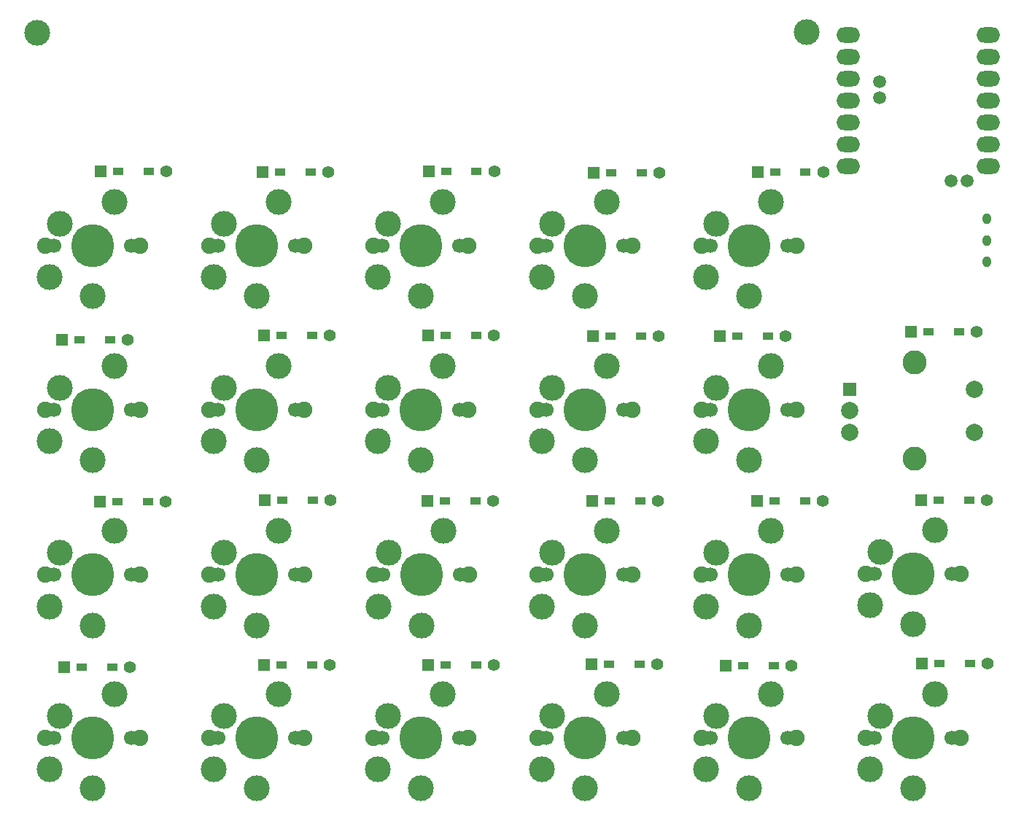
<source format=gbr>
%TF.GenerationSoftware,KiCad,Pcbnew,8.0.7*%
%TF.CreationDate,2025-02-25T22:45:06+09:00*%
%TF.ProjectId,cool642tb_L,636f6f6c-3634-4327-9462-5f4c2e6b6963,rev?*%
%TF.SameCoordinates,Original*%
%TF.FileFunction,Soldermask,Top*%
%TF.FilePolarity,Negative*%
%FSLAX46Y46*%
G04 Gerber Fmt 4.6, Leading zero omitted, Abs format (unit mm)*
G04 Created by KiCad (PCBNEW 8.0.7) date 2025-02-25 22:45:06*
%MOMM*%
%LPD*%
G01*
G04 APERTURE LIST*
%ADD10C,1.900000*%
%ADD11C,1.700000*%
%ADD12C,3.000000*%
%ADD13C,5.000000*%
%ADD14R,1.397000X1.397000*%
%ADD15R,1.300000X0.950000*%
%ADD16C,1.397000*%
%ADD17R,1.500000X1.500000*%
%ADD18C,2.000000*%
%ADD19C,2.800000*%
%ADD20O,1.000000X1.300000*%
%ADD21O,2.750000X1.800000*%
%ADD22C,1.500000*%
G04 APERTURE END LIST*
D10*
%TO.C,SW14*%
X51650000Y-19050000D03*
D11*
X52070000Y-19050000D03*
D12*
X52150000Y-22750000D03*
D11*
X52650000Y-19050000D03*
D12*
X53340000Y-16510000D03*
D13*
X57150000Y-19050000D03*
D12*
X57150000Y-24950000D03*
X59690000Y-13970000D03*
D11*
X61650000Y-19050000D03*
X62230000Y-19050000D03*
D10*
X62650000Y-19050000D03*
%TD*%
D14*
%TO.C,D3*%
X890000Y-29720000D03*
D15*
X2925000Y-29720000D03*
X6475000Y-29720000D03*
D16*
X8510000Y-29720000D03*
%TD*%
D12*
%TO.C,B1*%
X-6400000Y24710000D03*
X82870000Y24750000D03*
%TD*%
D10*
%TO.C,SW18*%
X70700000Y-19050000D03*
D11*
X71120000Y-19050000D03*
D12*
X71200000Y-22750000D03*
D11*
X71700000Y-19050000D03*
D12*
X72390000Y-16510000D03*
D13*
X76200000Y-19050000D03*
D12*
X76200000Y-24950000D03*
X78740000Y-13970000D03*
D11*
X80700000Y-19050000D03*
X81280000Y-19050000D03*
D10*
X81700000Y-19050000D03*
%TD*%
D14*
%TO.C,D13*%
X58170000Y8480000D03*
D15*
X60205000Y8480000D03*
X63755000Y8480000D03*
D16*
X65790000Y8480000D03*
%TD*%
D10*
%TO.C,SW12*%
X32600000Y-57150000D03*
D11*
X33020000Y-57150000D03*
D12*
X33100000Y-60850000D03*
D11*
X33600000Y-57150000D03*
D12*
X34290000Y-54610000D03*
D13*
X38100000Y-57150000D03*
D12*
X38100000Y-63050000D03*
X40640000Y-52070000D03*
D11*
X42600000Y-57150000D03*
X43180000Y-57150000D03*
D10*
X43600000Y-57150000D03*
%TD*%
%TO.C,SW23*%
X89750000Y-57150000D03*
D11*
X90170000Y-57150000D03*
D12*
X90250000Y-60850000D03*
D11*
X90750000Y-57150000D03*
D12*
X91440000Y-54610000D03*
D13*
X95250000Y-57150000D03*
D12*
X95250000Y-63050000D03*
X97790000Y-52070000D03*
D11*
X99750000Y-57150000D03*
X100330000Y-57150000D03*
D10*
X100750000Y-57150000D03*
%TD*%
D14*
%TO.C,D10*%
X39000000Y-10420000D03*
D15*
X41035000Y-10420000D03*
X44585000Y-10420000D03*
D16*
X46620000Y-10420000D03*
%TD*%
D14*
%TO.C,D19*%
X77190000Y-29630000D03*
D15*
X79225000Y-29630000D03*
X82775000Y-29630000D03*
D16*
X84810000Y-29630000D03*
%TD*%
D14*
%TO.C,D16*%
X57960000Y-48600000D03*
D15*
X59995000Y-48600000D03*
X63545000Y-48600000D03*
D16*
X65580000Y-48600000D03*
%TD*%
D10*
%TO.C,SW19*%
X70700000Y-38200000D03*
D11*
X71120000Y-38200000D03*
D12*
X71200000Y-41900000D03*
D11*
X71700000Y-38200000D03*
D12*
X72390000Y-35660000D03*
D13*
X76200000Y-38200000D03*
D12*
X76200000Y-44100000D03*
X78740000Y-33120000D03*
D11*
X80700000Y-38200000D03*
X81280000Y-38200000D03*
D10*
X81700000Y-38200000D03*
%TD*%
%TO.C,SW1*%
X-5500000Y0D03*
D11*
X-5080000Y0D03*
D12*
X-5000000Y-3700000D03*
D11*
X-4500000Y0D03*
D12*
X-3810000Y2540000D03*
D13*
X0Y0D03*
D12*
X0Y-5900000D03*
X2540000Y5080000D03*
D11*
X4500000Y0D03*
X5080000Y0D03*
D10*
X5500000Y0D03*
%TD*%
%TO.C,SW13*%
X51650000Y0D03*
D11*
X52070000Y0D03*
D12*
X52150000Y-3700000D03*
D11*
X52650000Y0D03*
D12*
X53340000Y2540000D03*
D13*
X57150000Y0D03*
D12*
X57150000Y-5900000D03*
X59690000Y5080000D03*
D11*
X61650000Y0D03*
X62230000Y0D03*
D10*
X62650000Y0D03*
%TD*%
D14*
%TO.C,D7*%
X19990000Y-29570000D03*
D15*
X22025000Y-29570000D03*
X25575000Y-29570000D03*
D16*
X27610000Y-29570000D03*
%TD*%
D14*
%TO.C,D21*%
X95025000Y-10040000D03*
D15*
X97060000Y-10040000D03*
X100610000Y-10040000D03*
D16*
X102645000Y-10040000D03*
%TD*%
D10*
%TO.C,SW10*%
X32600000Y-19050000D03*
D11*
X33020000Y-19050000D03*
D12*
X33100000Y-22750000D03*
D11*
X33600000Y-19050000D03*
D12*
X34290000Y-16510000D03*
D13*
X38100000Y-19050000D03*
D12*
X38100000Y-24950000D03*
X40640000Y-13970000D03*
D11*
X42600000Y-19050000D03*
X43180000Y-19050000D03*
D10*
X43600000Y-19050000D03*
%TD*%
D14*
%TO.C,D14*%
X58090000Y-10490000D03*
D15*
X60125000Y-10490000D03*
X63675000Y-10490000D03*
D16*
X65710000Y-10490000D03*
%TD*%
D14*
%TO.C,D18*%
X72855000Y-10550000D03*
D15*
X74890000Y-10550000D03*
X78440000Y-10550000D03*
D16*
X80475000Y-10550000D03*
%TD*%
D14*
%TO.C,D5*%
X19770000Y8520000D03*
D15*
X21805000Y8520000D03*
X25355000Y8520000D03*
D16*
X27390000Y8520000D03*
%TD*%
D10*
%TO.C,SW9*%
X32600000Y0D03*
D11*
X33020000Y0D03*
D12*
X33100000Y-3700000D03*
D11*
X33600000Y0D03*
D12*
X34290000Y2540000D03*
D13*
X38100000Y0D03*
D12*
X38100000Y-5900000D03*
X40640000Y5080000D03*
D11*
X42600000Y0D03*
X43180000Y0D03*
D10*
X43600000Y0D03*
%TD*%
%TO.C,SW15*%
X51650000Y-38200000D03*
D11*
X52070000Y-38200000D03*
D12*
X52150000Y-41900000D03*
D11*
X52650000Y-38200000D03*
D12*
X53340000Y-35660000D03*
D13*
X57150000Y-38200000D03*
D12*
X57150000Y-44100000D03*
X59690000Y-33120000D03*
D11*
X61650000Y-38200000D03*
X62230000Y-38200000D03*
D10*
X62650000Y-38200000D03*
%TD*%
%TO.C,SW11*%
X32700000Y-38200000D03*
D11*
X33120000Y-38200000D03*
D12*
X33200000Y-41900000D03*
D11*
X33700000Y-38200000D03*
D12*
X34390000Y-35660000D03*
D13*
X38200000Y-38200000D03*
D12*
X38200000Y-44100000D03*
X40740000Y-33120000D03*
D11*
X42700000Y-38200000D03*
X43280000Y-38200000D03*
D10*
X43700000Y-38200000D03*
%TD*%
%TO.C,SW5*%
X13550000Y0D03*
D11*
X13970000Y0D03*
D12*
X14050000Y-3700000D03*
D11*
X14550000Y0D03*
D12*
X15240000Y2540000D03*
D13*
X19050000Y0D03*
D12*
X19050000Y-5900000D03*
X21590000Y5080000D03*
D11*
X23550000Y0D03*
X24130000Y0D03*
D10*
X24550000Y0D03*
%TD*%
D14*
%TO.C,D9*%
X39010000Y8610000D03*
D15*
X41045000Y8610000D03*
X44595000Y8610000D03*
D16*
X46630000Y8610000D03*
%TD*%
D14*
%TO.C,D8*%
X19920000Y-48670000D03*
D15*
X21955000Y-48670000D03*
X25505000Y-48670000D03*
D16*
X27540000Y-48670000D03*
%TD*%
D10*
%TO.C,SW4*%
X-5500000Y-57150000D03*
D11*
X-5080000Y-57150000D03*
D12*
X-5000000Y-60850000D03*
D11*
X-4500000Y-57150000D03*
D12*
X-3810000Y-54610000D03*
D13*
X0Y-57150000D03*
D12*
X0Y-63050000D03*
X2540000Y-52070000D03*
D11*
X4500000Y-57150000D03*
X5080000Y-57150000D03*
D10*
X5500000Y-57150000D03*
%TD*%
%TO.C,SW17*%
X70700000Y0D03*
D11*
X71120000Y0D03*
D12*
X71200000Y-3700000D03*
D11*
X71700000Y0D03*
D12*
X72390000Y2540000D03*
D13*
X76200000Y0D03*
D12*
X76200000Y-5900000D03*
X78740000Y5080000D03*
D11*
X80700000Y0D03*
X81280000Y0D03*
D10*
X81700000Y0D03*
%TD*%
D14*
%TO.C,D23*%
X96270000Y-48510000D03*
D15*
X98305000Y-48510000D03*
X101855000Y-48510000D03*
D16*
X103890000Y-48510000D03*
%TD*%
D10*
%TO.C,SW22*%
X89750000Y-38100000D03*
D11*
X90170000Y-38100000D03*
D12*
X90250000Y-41800000D03*
D11*
X90750000Y-38100000D03*
D12*
X91440000Y-35560000D03*
D13*
X95250000Y-38100000D03*
D12*
X95250000Y-44000000D03*
X97790000Y-33020000D03*
D11*
X99750000Y-38100000D03*
X100330000Y-38100000D03*
D10*
X100750000Y-38100000D03*
%TD*%
D14*
%TO.C,D11*%
X38900000Y-29650000D03*
D15*
X40935000Y-29650000D03*
X44485000Y-29650000D03*
D16*
X46520000Y-29650000D03*
%TD*%
D10*
%TO.C,SW6*%
X13550000Y-19050000D03*
D11*
X13970000Y-19050000D03*
D12*
X14050000Y-22750000D03*
D11*
X14550000Y-19050000D03*
D12*
X15240000Y-16510000D03*
D13*
X19050000Y-19050000D03*
D12*
X19050000Y-24950000D03*
X21590000Y-13970000D03*
D11*
X23550000Y-19050000D03*
X24130000Y-19050000D03*
D10*
X24550000Y-19050000D03*
%TD*%
D17*
%TO.C,SW21*%
X87900000Y-16660000D03*
D18*
X87900000Y-21660000D03*
X87900000Y-19160000D03*
D19*
X95400000Y-13560000D03*
X95400000Y-24760000D03*
D18*
X102400000Y-16660000D03*
X102400000Y-21660000D03*
%TD*%
D10*
%TO.C,SW3*%
X-5500000Y-38200000D03*
D11*
X-5080000Y-38200000D03*
D12*
X-5000000Y-41900000D03*
D11*
X-4500000Y-38200000D03*
D12*
X-3810000Y-35660000D03*
D13*
X0Y-38200000D03*
D12*
X0Y-44100000D03*
X2540000Y-33120000D03*
D11*
X4500000Y-38200000D03*
X5080000Y-38200000D03*
D10*
X5500000Y-38200000D03*
%TD*%
D14*
%TO.C,D6*%
X19890000Y-10420000D03*
D15*
X21925000Y-10420000D03*
X25475000Y-10420000D03*
D16*
X27510000Y-10420000D03*
%TD*%
D10*
%TO.C,SW2*%
X-5500000Y-19050000D03*
D11*
X-5080000Y-19050000D03*
D12*
X-5000000Y-22750000D03*
D11*
X-4500000Y-19050000D03*
D12*
X-3810000Y-16510000D03*
D13*
X0Y-19050000D03*
D12*
X0Y-24950000D03*
X2540000Y-13970000D03*
D11*
X4500000Y-19050000D03*
X5080000Y-19050000D03*
D10*
X5500000Y-19050000D03*
%TD*%
%TO.C,SW16*%
X51650000Y-57150000D03*
D11*
X52070000Y-57150000D03*
D12*
X52150000Y-60850000D03*
D11*
X52650000Y-57150000D03*
D12*
X53340000Y-54610000D03*
D13*
X57150000Y-57150000D03*
D12*
X57150000Y-63050000D03*
X59690000Y-52070000D03*
D11*
X61650000Y-57150000D03*
X62230000Y-57150000D03*
D10*
X62650000Y-57150000D03*
%TD*%
D20*
%TO.C,SW24*%
X103840000Y3104000D03*
X103840000Y604000D03*
X103840000Y-1896000D03*
%TD*%
D14*
%TO.C,D15*%
X58040000Y-29620000D03*
D15*
X60075000Y-29620000D03*
X63625000Y-29620000D03*
D16*
X65660000Y-29620000D03*
%TD*%
D10*
%TO.C,SW8*%
X13550000Y-57150000D03*
D11*
X13970000Y-57150000D03*
D12*
X14050000Y-60850000D03*
D11*
X14550000Y-57150000D03*
D12*
X15240000Y-54610000D03*
D13*
X19050000Y-57150000D03*
D12*
X19050000Y-63050000D03*
X21590000Y-52070000D03*
D11*
X23550000Y-57150000D03*
X24130000Y-57150000D03*
D10*
X24550000Y-57150000D03*
%TD*%
D14*
%TO.C,D2*%
X-3500000Y-10920000D03*
D15*
X-1465000Y-10920000D03*
X2085000Y-10920000D03*
D16*
X4120000Y-10920000D03*
%TD*%
D14*
%TO.C,D12*%
X38990000Y-48690000D03*
D15*
X41025000Y-48690000D03*
X44575000Y-48690000D03*
D16*
X46610000Y-48690000D03*
%TD*%
D14*
%TO.C,D4*%
X-3300000Y-48970000D03*
D15*
X-1265000Y-48970000D03*
X2285000Y-48970000D03*
D16*
X4320000Y-48970000D03*
%TD*%
D14*
%TO.C,D1*%
X960000Y8650000D03*
D15*
X2995000Y8650000D03*
X6545000Y8650000D03*
D16*
X8580000Y8650000D03*
%TD*%
D14*
%TO.C,D17*%
X77195000Y8510000D03*
D15*
X79230000Y8510000D03*
X82780000Y8510000D03*
D16*
X84815000Y8510000D03*
%TD*%
D10*
%TO.C,SW7*%
X13550000Y-38200000D03*
D11*
X13970000Y-38200000D03*
D12*
X14050000Y-41900000D03*
D11*
X14550000Y-38200000D03*
D12*
X15240000Y-35660000D03*
D13*
X19050000Y-38200000D03*
D12*
X19050000Y-44100000D03*
X21590000Y-33120000D03*
D11*
X23550000Y-38200000D03*
X24130000Y-38200000D03*
D10*
X24550000Y-38200000D03*
%TD*%
D21*
%TO.C,U1*%
X87740000Y24450000D03*
X87740000Y21910000D03*
X87740000Y19370000D03*
X87740000Y16830000D03*
X87740000Y14290000D03*
X87740000Y11750000D03*
X87740000Y9210000D03*
X103980000Y9210000D03*
X103980000Y11750000D03*
X103980000Y14290000D03*
X103980000Y16830000D03*
X103980000Y19370000D03*
X103980000Y21910000D03*
X103980000Y24450000D03*
D22*
X99695400Y7518000D03*
X101575000Y7518000D03*
X91415000Y17147000D03*
X91415000Y19052000D03*
%TD*%
D10*
%TO.C,SW20*%
X70700000Y-57150000D03*
D11*
X71120000Y-57150000D03*
D12*
X71200000Y-60850000D03*
D11*
X71700000Y-57150000D03*
D12*
X72390000Y-54610000D03*
D13*
X76200000Y-57150000D03*
D12*
X76200000Y-63050000D03*
X78740000Y-52070000D03*
D11*
X80700000Y-57150000D03*
X81280000Y-57150000D03*
D10*
X81700000Y-57150000D03*
%TD*%
D14*
%TO.C,D22*%
X96170000Y-29600000D03*
D15*
X98205000Y-29600000D03*
X101755000Y-29600000D03*
D16*
X103790000Y-29600000D03*
%TD*%
D14*
%TO.C,D20*%
X73540000Y-48810000D03*
D15*
X75575000Y-48810000D03*
X79125000Y-48810000D03*
D16*
X81160000Y-48810000D03*
%TD*%
M02*

</source>
